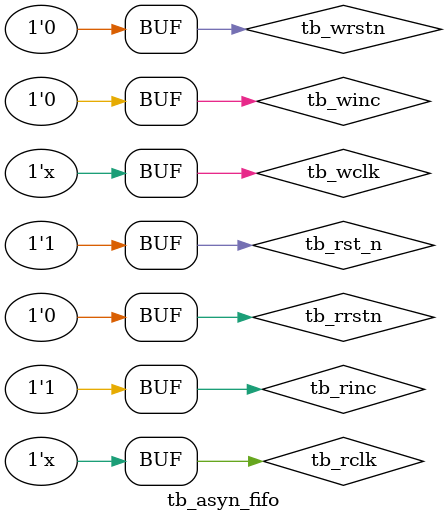
<source format=v>
`timescale 1ns / 1ps


module tb_asyn_fifo();

parameter   WIDTH = 8;
parameter   DEPTH = 16;

reg                 tb_wclk;
reg                 tb_rclk;
reg                 tb_wrstn;
reg                 tb_rrstn;
reg                 tb_winc;
reg                 tb_rinc;
reg     [WIDTH-1:0] tb_wdata;
wire                tb_wfull;
wire                tb_rempty;
wire    [WIDTH-1:0] tb_rdata;

parameter W_HALF_PERIOD = 2.5;
parameter W_PERIOD = W_HALF_PERIOD * 2;
parameter R_HALF_PERIOD = 2;
parameter R_PERIOD = R_HALF_PERIOD * 2;

always #W_HALF_PERIOD tb_wclk = ~tb_wclk;
always #R_HALF_PERIOD tb_rclk = ~tb_rclk;

always @(posedge tb_wclk or negedge tb_wrstn)
    if(!tb_wrstn)
        tb_wdata <= 0;
    else
        tb_wdata <= tb_wdata + 1;

initial begin
    tb_wclk <= 1'b1;
    tb_rclk <= 1'b1;
    tb_wrstn <= 1'b0;
    tb_rrstn <= 1'b0;
    tb_winc <= 1'b0;
    tb_rinc <= 1'b0;
    #(PERIOD * 2)
    tb_rst_n <= 1'b1;
    #(PERIOD * 0)

    tb_winc <=1'b1;
    #(PERIOD * 20)
    tb_rinc <= 1'b1;
    #(PERIOD * 6)
    tb_winc <= 1'b0;
    #(PERIOD * 3)
    tb_rinc <= 1'b0;
    #(PERIOD * 2)
    tb_winc = 1'b1;
    #(PERIOD * 8)
    tb_winc = 1'b0;
    #(PERIOD * 8)
    tb_rinc = 1'b1;
end

sfifo #(
    .WIDTH (WIDTH),
    .DEPTH (DEPTH)
)sfifo_inst(
    .clk    (tb_clk   ), 
    .rst_n  (tb_rst_n ),
    .winc   (tb_winc  ),
    .rinc   (tb_rinc  ),
    .wdata  (tb_wdata ),
    .wfull  (tb_wfull ),
    .rempty (tb_rempty),
    .rdata  (tb_rdata )
);

endmodule

</source>
